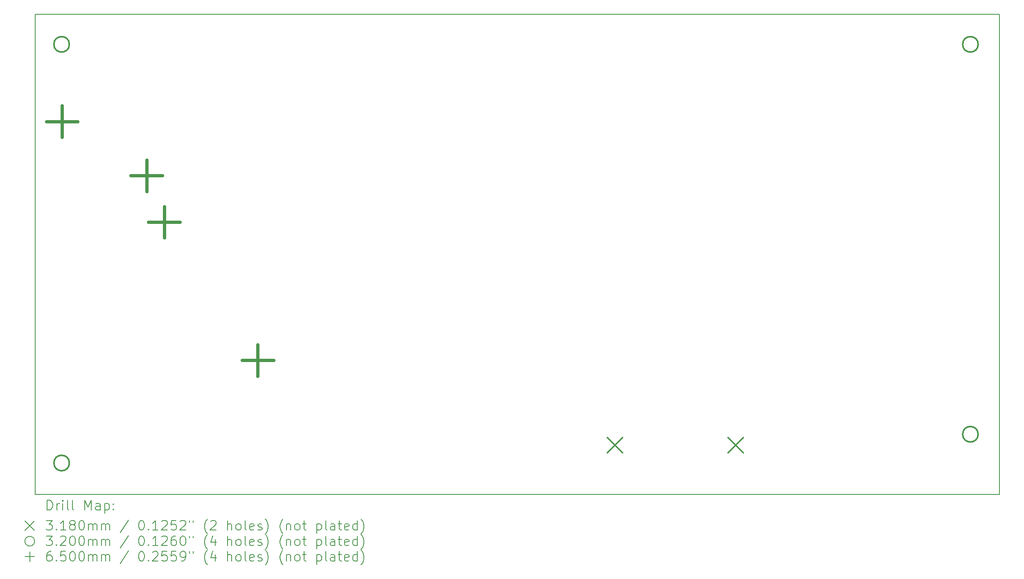
<source format=gbr>
%TF.GenerationSoftware,KiCad,Pcbnew,8.0.8*%
%TF.CreationDate,2025-02-25T18:25:50+01:00*%
%TF.ProjectId,EPS,4550532e-6b69-4636-9164-5f7063625858,rev?*%
%TF.SameCoordinates,Original*%
%TF.FileFunction,Drillmap*%
%TF.FilePolarity,Positive*%
%FSLAX45Y45*%
G04 Gerber Fmt 4.5, Leading zero omitted, Abs format (unit mm)*
G04 Created by KiCad (PCBNEW 8.0.8) date 2025-02-25 18:25:50*
%MOMM*%
%LPD*%
G01*
G04 APERTURE LIST*
%ADD10C,0.200000*%
%ADD11C,0.318000*%
%ADD12C,0.320000*%
%ADD13C,0.650000*%
G04 APERTURE END LIST*
D10*
X3700000Y-4525000D02*
X23650000Y-4525000D01*
X23650000Y-14475000D01*
X3700000Y-14475000D01*
X3700000Y-4525000D01*
D11*
X15536000Y-13295000D02*
X15854000Y-13613000D01*
X15854000Y-13295000D02*
X15536000Y-13613000D01*
X18036000Y-13295000D02*
X18354000Y-13613000D01*
X18354000Y-13295000D02*
X18036000Y-13613000D01*
D12*
X4410000Y-5150000D02*
G75*
G02*
X4090000Y-5150000I-160000J0D01*
G01*
X4090000Y-5150000D02*
G75*
G02*
X4410000Y-5150000I160000J0D01*
G01*
X4410000Y-13825000D02*
G75*
G02*
X4090000Y-13825000I-160000J0D01*
G01*
X4090000Y-13825000D02*
G75*
G02*
X4410000Y-13825000I160000J0D01*
G01*
X23210000Y-5150000D02*
G75*
G02*
X22890000Y-5150000I-160000J0D01*
G01*
X22890000Y-5150000D02*
G75*
G02*
X23210000Y-5150000I160000J0D01*
G01*
X23210000Y-13229000D02*
G75*
G02*
X22890000Y-13229000I-160000J0D01*
G01*
X22890000Y-13229000D02*
G75*
G02*
X23210000Y-13229000I160000J0D01*
G01*
D13*
X4262750Y-6425000D02*
X4262750Y-7075000D01*
X3937750Y-6750000D02*
X4587750Y-6750000D01*
X6012250Y-7550000D02*
X6012250Y-8200000D01*
X5687250Y-7875000D02*
X6337250Y-7875000D01*
X6375000Y-8512750D02*
X6375000Y-9162750D01*
X6050000Y-8837750D02*
X6700000Y-8837750D01*
X8312750Y-11375000D02*
X8312750Y-12025000D01*
X7987750Y-11700000D02*
X8637750Y-11700000D01*
D10*
X3950777Y-14796484D02*
X3950777Y-14596484D01*
X3950777Y-14596484D02*
X3998396Y-14596484D01*
X3998396Y-14596484D02*
X4026967Y-14606008D01*
X4026967Y-14606008D02*
X4046015Y-14625055D01*
X4046015Y-14625055D02*
X4055539Y-14644103D01*
X4055539Y-14644103D02*
X4065062Y-14682198D01*
X4065062Y-14682198D02*
X4065062Y-14710769D01*
X4065062Y-14710769D02*
X4055539Y-14748865D01*
X4055539Y-14748865D02*
X4046015Y-14767912D01*
X4046015Y-14767912D02*
X4026967Y-14786960D01*
X4026967Y-14786960D02*
X3998396Y-14796484D01*
X3998396Y-14796484D02*
X3950777Y-14796484D01*
X4150777Y-14796484D02*
X4150777Y-14663150D01*
X4150777Y-14701246D02*
X4160301Y-14682198D01*
X4160301Y-14682198D02*
X4169824Y-14672674D01*
X4169824Y-14672674D02*
X4188872Y-14663150D01*
X4188872Y-14663150D02*
X4207920Y-14663150D01*
X4274586Y-14796484D02*
X4274586Y-14663150D01*
X4274586Y-14596484D02*
X4265063Y-14606008D01*
X4265063Y-14606008D02*
X4274586Y-14615531D01*
X4274586Y-14615531D02*
X4284110Y-14606008D01*
X4284110Y-14606008D02*
X4274586Y-14596484D01*
X4274586Y-14596484D02*
X4274586Y-14615531D01*
X4398396Y-14796484D02*
X4379348Y-14786960D01*
X4379348Y-14786960D02*
X4369824Y-14767912D01*
X4369824Y-14767912D02*
X4369824Y-14596484D01*
X4503158Y-14796484D02*
X4484110Y-14786960D01*
X4484110Y-14786960D02*
X4474586Y-14767912D01*
X4474586Y-14767912D02*
X4474586Y-14596484D01*
X4731729Y-14796484D02*
X4731729Y-14596484D01*
X4731729Y-14596484D02*
X4798396Y-14739341D01*
X4798396Y-14739341D02*
X4865063Y-14596484D01*
X4865063Y-14596484D02*
X4865063Y-14796484D01*
X5046015Y-14796484D02*
X5046015Y-14691722D01*
X5046015Y-14691722D02*
X5036491Y-14672674D01*
X5036491Y-14672674D02*
X5017444Y-14663150D01*
X5017444Y-14663150D02*
X4979348Y-14663150D01*
X4979348Y-14663150D02*
X4960301Y-14672674D01*
X5046015Y-14786960D02*
X5026967Y-14796484D01*
X5026967Y-14796484D02*
X4979348Y-14796484D01*
X4979348Y-14796484D02*
X4960301Y-14786960D01*
X4960301Y-14786960D02*
X4950777Y-14767912D01*
X4950777Y-14767912D02*
X4950777Y-14748865D01*
X4950777Y-14748865D02*
X4960301Y-14729817D01*
X4960301Y-14729817D02*
X4979348Y-14720293D01*
X4979348Y-14720293D02*
X5026967Y-14720293D01*
X5026967Y-14720293D02*
X5046015Y-14710769D01*
X5141253Y-14663150D02*
X5141253Y-14863150D01*
X5141253Y-14672674D02*
X5160301Y-14663150D01*
X5160301Y-14663150D02*
X5198396Y-14663150D01*
X5198396Y-14663150D02*
X5217444Y-14672674D01*
X5217444Y-14672674D02*
X5226967Y-14682198D01*
X5226967Y-14682198D02*
X5236491Y-14701246D01*
X5236491Y-14701246D02*
X5236491Y-14758388D01*
X5236491Y-14758388D02*
X5226967Y-14777436D01*
X5226967Y-14777436D02*
X5217444Y-14786960D01*
X5217444Y-14786960D02*
X5198396Y-14796484D01*
X5198396Y-14796484D02*
X5160301Y-14796484D01*
X5160301Y-14796484D02*
X5141253Y-14786960D01*
X5322205Y-14777436D02*
X5331729Y-14786960D01*
X5331729Y-14786960D02*
X5322205Y-14796484D01*
X5322205Y-14796484D02*
X5312682Y-14786960D01*
X5312682Y-14786960D02*
X5322205Y-14777436D01*
X5322205Y-14777436D02*
X5322205Y-14796484D01*
X5322205Y-14672674D02*
X5331729Y-14682198D01*
X5331729Y-14682198D02*
X5322205Y-14691722D01*
X5322205Y-14691722D02*
X5312682Y-14682198D01*
X5312682Y-14682198D02*
X5322205Y-14672674D01*
X5322205Y-14672674D02*
X5322205Y-14691722D01*
X3490000Y-15025000D02*
X3690000Y-15225000D01*
X3690000Y-15025000D02*
X3490000Y-15225000D01*
X3931729Y-15016484D02*
X4055539Y-15016484D01*
X4055539Y-15016484D02*
X3988872Y-15092674D01*
X3988872Y-15092674D02*
X4017443Y-15092674D01*
X4017443Y-15092674D02*
X4036491Y-15102198D01*
X4036491Y-15102198D02*
X4046015Y-15111722D01*
X4046015Y-15111722D02*
X4055539Y-15130769D01*
X4055539Y-15130769D02*
X4055539Y-15178388D01*
X4055539Y-15178388D02*
X4046015Y-15197436D01*
X4046015Y-15197436D02*
X4036491Y-15206960D01*
X4036491Y-15206960D02*
X4017443Y-15216484D01*
X4017443Y-15216484D02*
X3960301Y-15216484D01*
X3960301Y-15216484D02*
X3941253Y-15206960D01*
X3941253Y-15206960D02*
X3931729Y-15197436D01*
X4141253Y-15197436D02*
X4150777Y-15206960D01*
X4150777Y-15206960D02*
X4141253Y-15216484D01*
X4141253Y-15216484D02*
X4131729Y-15206960D01*
X4131729Y-15206960D02*
X4141253Y-15197436D01*
X4141253Y-15197436D02*
X4141253Y-15216484D01*
X4341253Y-15216484D02*
X4226967Y-15216484D01*
X4284110Y-15216484D02*
X4284110Y-15016484D01*
X4284110Y-15016484D02*
X4265063Y-15045055D01*
X4265063Y-15045055D02*
X4246015Y-15064103D01*
X4246015Y-15064103D02*
X4226967Y-15073627D01*
X4455539Y-15102198D02*
X4436491Y-15092674D01*
X4436491Y-15092674D02*
X4426967Y-15083150D01*
X4426967Y-15083150D02*
X4417444Y-15064103D01*
X4417444Y-15064103D02*
X4417444Y-15054579D01*
X4417444Y-15054579D02*
X4426967Y-15035531D01*
X4426967Y-15035531D02*
X4436491Y-15026008D01*
X4436491Y-15026008D02*
X4455539Y-15016484D01*
X4455539Y-15016484D02*
X4493634Y-15016484D01*
X4493634Y-15016484D02*
X4512682Y-15026008D01*
X4512682Y-15026008D02*
X4522205Y-15035531D01*
X4522205Y-15035531D02*
X4531729Y-15054579D01*
X4531729Y-15054579D02*
X4531729Y-15064103D01*
X4531729Y-15064103D02*
X4522205Y-15083150D01*
X4522205Y-15083150D02*
X4512682Y-15092674D01*
X4512682Y-15092674D02*
X4493634Y-15102198D01*
X4493634Y-15102198D02*
X4455539Y-15102198D01*
X4455539Y-15102198D02*
X4436491Y-15111722D01*
X4436491Y-15111722D02*
X4426967Y-15121246D01*
X4426967Y-15121246D02*
X4417444Y-15140293D01*
X4417444Y-15140293D02*
X4417444Y-15178388D01*
X4417444Y-15178388D02*
X4426967Y-15197436D01*
X4426967Y-15197436D02*
X4436491Y-15206960D01*
X4436491Y-15206960D02*
X4455539Y-15216484D01*
X4455539Y-15216484D02*
X4493634Y-15216484D01*
X4493634Y-15216484D02*
X4512682Y-15206960D01*
X4512682Y-15206960D02*
X4522205Y-15197436D01*
X4522205Y-15197436D02*
X4531729Y-15178388D01*
X4531729Y-15178388D02*
X4531729Y-15140293D01*
X4531729Y-15140293D02*
X4522205Y-15121246D01*
X4522205Y-15121246D02*
X4512682Y-15111722D01*
X4512682Y-15111722D02*
X4493634Y-15102198D01*
X4655539Y-15016484D02*
X4674586Y-15016484D01*
X4674586Y-15016484D02*
X4693634Y-15026008D01*
X4693634Y-15026008D02*
X4703158Y-15035531D01*
X4703158Y-15035531D02*
X4712682Y-15054579D01*
X4712682Y-15054579D02*
X4722205Y-15092674D01*
X4722205Y-15092674D02*
X4722205Y-15140293D01*
X4722205Y-15140293D02*
X4712682Y-15178388D01*
X4712682Y-15178388D02*
X4703158Y-15197436D01*
X4703158Y-15197436D02*
X4693634Y-15206960D01*
X4693634Y-15206960D02*
X4674586Y-15216484D01*
X4674586Y-15216484D02*
X4655539Y-15216484D01*
X4655539Y-15216484D02*
X4636491Y-15206960D01*
X4636491Y-15206960D02*
X4626967Y-15197436D01*
X4626967Y-15197436D02*
X4617444Y-15178388D01*
X4617444Y-15178388D02*
X4607920Y-15140293D01*
X4607920Y-15140293D02*
X4607920Y-15092674D01*
X4607920Y-15092674D02*
X4617444Y-15054579D01*
X4617444Y-15054579D02*
X4626967Y-15035531D01*
X4626967Y-15035531D02*
X4636491Y-15026008D01*
X4636491Y-15026008D02*
X4655539Y-15016484D01*
X4807920Y-15216484D02*
X4807920Y-15083150D01*
X4807920Y-15102198D02*
X4817444Y-15092674D01*
X4817444Y-15092674D02*
X4836491Y-15083150D01*
X4836491Y-15083150D02*
X4865063Y-15083150D01*
X4865063Y-15083150D02*
X4884110Y-15092674D01*
X4884110Y-15092674D02*
X4893634Y-15111722D01*
X4893634Y-15111722D02*
X4893634Y-15216484D01*
X4893634Y-15111722D02*
X4903158Y-15092674D01*
X4903158Y-15092674D02*
X4922205Y-15083150D01*
X4922205Y-15083150D02*
X4950777Y-15083150D01*
X4950777Y-15083150D02*
X4969825Y-15092674D01*
X4969825Y-15092674D02*
X4979348Y-15111722D01*
X4979348Y-15111722D02*
X4979348Y-15216484D01*
X5074586Y-15216484D02*
X5074586Y-15083150D01*
X5074586Y-15102198D02*
X5084110Y-15092674D01*
X5084110Y-15092674D02*
X5103158Y-15083150D01*
X5103158Y-15083150D02*
X5131729Y-15083150D01*
X5131729Y-15083150D02*
X5150777Y-15092674D01*
X5150777Y-15092674D02*
X5160301Y-15111722D01*
X5160301Y-15111722D02*
X5160301Y-15216484D01*
X5160301Y-15111722D02*
X5169825Y-15092674D01*
X5169825Y-15092674D02*
X5188872Y-15083150D01*
X5188872Y-15083150D02*
X5217444Y-15083150D01*
X5217444Y-15083150D02*
X5236491Y-15092674D01*
X5236491Y-15092674D02*
X5246015Y-15111722D01*
X5246015Y-15111722D02*
X5246015Y-15216484D01*
X5636491Y-15006960D02*
X5465063Y-15264103D01*
X5893634Y-15016484D02*
X5912682Y-15016484D01*
X5912682Y-15016484D02*
X5931729Y-15026008D01*
X5931729Y-15026008D02*
X5941253Y-15035531D01*
X5941253Y-15035531D02*
X5950777Y-15054579D01*
X5950777Y-15054579D02*
X5960301Y-15092674D01*
X5960301Y-15092674D02*
X5960301Y-15140293D01*
X5960301Y-15140293D02*
X5950777Y-15178388D01*
X5950777Y-15178388D02*
X5941253Y-15197436D01*
X5941253Y-15197436D02*
X5931729Y-15206960D01*
X5931729Y-15206960D02*
X5912682Y-15216484D01*
X5912682Y-15216484D02*
X5893634Y-15216484D01*
X5893634Y-15216484D02*
X5874586Y-15206960D01*
X5874586Y-15206960D02*
X5865063Y-15197436D01*
X5865063Y-15197436D02*
X5855539Y-15178388D01*
X5855539Y-15178388D02*
X5846015Y-15140293D01*
X5846015Y-15140293D02*
X5846015Y-15092674D01*
X5846015Y-15092674D02*
X5855539Y-15054579D01*
X5855539Y-15054579D02*
X5865063Y-15035531D01*
X5865063Y-15035531D02*
X5874586Y-15026008D01*
X5874586Y-15026008D02*
X5893634Y-15016484D01*
X6046015Y-15197436D02*
X6055539Y-15206960D01*
X6055539Y-15206960D02*
X6046015Y-15216484D01*
X6046015Y-15216484D02*
X6036491Y-15206960D01*
X6036491Y-15206960D02*
X6046015Y-15197436D01*
X6046015Y-15197436D02*
X6046015Y-15216484D01*
X6246015Y-15216484D02*
X6131729Y-15216484D01*
X6188872Y-15216484D02*
X6188872Y-15016484D01*
X6188872Y-15016484D02*
X6169825Y-15045055D01*
X6169825Y-15045055D02*
X6150777Y-15064103D01*
X6150777Y-15064103D02*
X6131729Y-15073627D01*
X6322206Y-15035531D02*
X6331729Y-15026008D01*
X6331729Y-15026008D02*
X6350777Y-15016484D01*
X6350777Y-15016484D02*
X6398396Y-15016484D01*
X6398396Y-15016484D02*
X6417444Y-15026008D01*
X6417444Y-15026008D02*
X6426967Y-15035531D01*
X6426967Y-15035531D02*
X6436491Y-15054579D01*
X6436491Y-15054579D02*
X6436491Y-15073627D01*
X6436491Y-15073627D02*
X6426967Y-15102198D01*
X6426967Y-15102198D02*
X6312682Y-15216484D01*
X6312682Y-15216484D02*
X6436491Y-15216484D01*
X6617444Y-15016484D02*
X6522206Y-15016484D01*
X6522206Y-15016484D02*
X6512682Y-15111722D01*
X6512682Y-15111722D02*
X6522206Y-15102198D01*
X6522206Y-15102198D02*
X6541253Y-15092674D01*
X6541253Y-15092674D02*
X6588872Y-15092674D01*
X6588872Y-15092674D02*
X6607920Y-15102198D01*
X6607920Y-15102198D02*
X6617444Y-15111722D01*
X6617444Y-15111722D02*
X6626967Y-15130769D01*
X6626967Y-15130769D02*
X6626967Y-15178388D01*
X6626967Y-15178388D02*
X6617444Y-15197436D01*
X6617444Y-15197436D02*
X6607920Y-15206960D01*
X6607920Y-15206960D02*
X6588872Y-15216484D01*
X6588872Y-15216484D02*
X6541253Y-15216484D01*
X6541253Y-15216484D02*
X6522206Y-15206960D01*
X6522206Y-15206960D02*
X6512682Y-15197436D01*
X6703158Y-15035531D02*
X6712682Y-15026008D01*
X6712682Y-15026008D02*
X6731729Y-15016484D01*
X6731729Y-15016484D02*
X6779348Y-15016484D01*
X6779348Y-15016484D02*
X6798396Y-15026008D01*
X6798396Y-15026008D02*
X6807920Y-15035531D01*
X6807920Y-15035531D02*
X6817444Y-15054579D01*
X6817444Y-15054579D02*
X6817444Y-15073627D01*
X6817444Y-15073627D02*
X6807920Y-15102198D01*
X6807920Y-15102198D02*
X6693634Y-15216484D01*
X6693634Y-15216484D02*
X6817444Y-15216484D01*
X6893634Y-15016484D02*
X6893634Y-15054579D01*
X6969825Y-15016484D02*
X6969825Y-15054579D01*
X7265063Y-15292674D02*
X7255539Y-15283150D01*
X7255539Y-15283150D02*
X7236491Y-15254579D01*
X7236491Y-15254579D02*
X7226968Y-15235531D01*
X7226968Y-15235531D02*
X7217444Y-15206960D01*
X7217444Y-15206960D02*
X7207920Y-15159341D01*
X7207920Y-15159341D02*
X7207920Y-15121246D01*
X7207920Y-15121246D02*
X7217444Y-15073627D01*
X7217444Y-15073627D02*
X7226968Y-15045055D01*
X7226968Y-15045055D02*
X7236491Y-15026008D01*
X7236491Y-15026008D02*
X7255539Y-14997436D01*
X7255539Y-14997436D02*
X7265063Y-14987912D01*
X7331729Y-15035531D02*
X7341253Y-15026008D01*
X7341253Y-15026008D02*
X7360301Y-15016484D01*
X7360301Y-15016484D02*
X7407920Y-15016484D01*
X7407920Y-15016484D02*
X7426968Y-15026008D01*
X7426968Y-15026008D02*
X7436491Y-15035531D01*
X7436491Y-15035531D02*
X7446015Y-15054579D01*
X7446015Y-15054579D02*
X7446015Y-15073627D01*
X7446015Y-15073627D02*
X7436491Y-15102198D01*
X7436491Y-15102198D02*
X7322206Y-15216484D01*
X7322206Y-15216484D02*
X7446015Y-15216484D01*
X7684110Y-15216484D02*
X7684110Y-15016484D01*
X7769825Y-15216484D02*
X7769825Y-15111722D01*
X7769825Y-15111722D02*
X7760301Y-15092674D01*
X7760301Y-15092674D02*
X7741253Y-15083150D01*
X7741253Y-15083150D02*
X7712682Y-15083150D01*
X7712682Y-15083150D02*
X7693634Y-15092674D01*
X7693634Y-15092674D02*
X7684110Y-15102198D01*
X7893634Y-15216484D02*
X7874587Y-15206960D01*
X7874587Y-15206960D02*
X7865063Y-15197436D01*
X7865063Y-15197436D02*
X7855539Y-15178388D01*
X7855539Y-15178388D02*
X7855539Y-15121246D01*
X7855539Y-15121246D02*
X7865063Y-15102198D01*
X7865063Y-15102198D02*
X7874587Y-15092674D01*
X7874587Y-15092674D02*
X7893634Y-15083150D01*
X7893634Y-15083150D02*
X7922206Y-15083150D01*
X7922206Y-15083150D02*
X7941253Y-15092674D01*
X7941253Y-15092674D02*
X7950777Y-15102198D01*
X7950777Y-15102198D02*
X7960301Y-15121246D01*
X7960301Y-15121246D02*
X7960301Y-15178388D01*
X7960301Y-15178388D02*
X7950777Y-15197436D01*
X7950777Y-15197436D02*
X7941253Y-15206960D01*
X7941253Y-15206960D02*
X7922206Y-15216484D01*
X7922206Y-15216484D02*
X7893634Y-15216484D01*
X8074587Y-15216484D02*
X8055539Y-15206960D01*
X8055539Y-15206960D02*
X8046015Y-15187912D01*
X8046015Y-15187912D02*
X8046015Y-15016484D01*
X8226968Y-15206960D02*
X8207920Y-15216484D01*
X8207920Y-15216484D02*
X8169825Y-15216484D01*
X8169825Y-15216484D02*
X8150777Y-15206960D01*
X8150777Y-15206960D02*
X8141253Y-15187912D01*
X8141253Y-15187912D02*
X8141253Y-15111722D01*
X8141253Y-15111722D02*
X8150777Y-15092674D01*
X8150777Y-15092674D02*
X8169825Y-15083150D01*
X8169825Y-15083150D02*
X8207920Y-15083150D01*
X8207920Y-15083150D02*
X8226968Y-15092674D01*
X8226968Y-15092674D02*
X8236491Y-15111722D01*
X8236491Y-15111722D02*
X8236491Y-15130769D01*
X8236491Y-15130769D02*
X8141253Y-15149817D01*
X8312682Y-15206960D02*
X8331730Y-15216484D01*
X8331730Y-15216484D02*
X8369825Y-15216484D01*
X8369825Y-15216484D02*
X8388873Y-15206960D01*
X8388873Y-15206960D02*
X8398396Y-15187912D01*
X8398396Y-15187912D02*
X8398396Y-15178388D01*
X8398396Y-15178388D02*
X8388873Y-15159341D01*
X8388873Y-15159341D02*
X8369825Y-15149817D01*
X8369825Y-15149817D02*
X8341253Y-15149817D01*
X8341253Y-15149817D02*
X8322206Y-15140293D01*
X8322206Y-15140293D02*
X8312682Y-15121246D01*
X8312682Y-15121246D02*
X8312682Y-15111722D01*
X8312682Y-15111722D02*
X8322206Y-15092674D01*
X8322206Y-15092674D02*
X8341253Y-15083150D01*
X8341253Y-15083150D02*
X8369825Y-15083150D01*
X8369825Y-15083150D02*
X8388873Y-15092674D01*
X8465063Y-15292674D02*
X8474587Y-15283150D01*
X8474587Y-15283150D02*
X8493634Y-15254579D01*
X8493634Y-15254579D02*
X8503158Y-15235531D01*
X8503158Y-15235531D02*
X8512682Y-15206960D01*
X8512682Y-15206960D02*
X8522206Y-15159341D01*
X8522206Y-15159341D02*
X8522206Y-15121246D01*
X8522206Y-15121246D02*
X8512682Y-15073627D01*
X8512682Y-15073627D02*
X8503158Y-15045055D01*
X8503158Y-15045055D02*
X8493634Y-15026008D01*
X8493634Y-15026008D02*
X8474587Y-14997436D01*
X8474587Y-14997436D02*
X8465063Y-14987912D01*
X8826968Y-15292674D02*
X8817444Y-15283150D01*
X8817444Y-15283150D02*
X8798396Y-15254579D01*
X8798396Y-15254579D02*
X8788873Y-15235531D01*
X8788873Y-15235531D02*
X8779349Y-15206960D01*
X8779349Y-15206960D02*
X8769825Y-15159341D01*
X8769825Y-15159341D02*
X8769825Y-15121246D01*
X8769825Y-15121246D02*
X8779349Y-15073627D01*
X8779349Y-15073627D02*
X8788873Y-15045055D01*
X8788873Y-15045055D02*
X8798396Y-15026008D01*
X8798396Y-15026008D02*
X8817444Y-14997436D01*
X8817444Y-14997436D02*
X8826968Y-14987912D01*
X8903158Y-15083150D02*
X8903158Y-15216484D01*
X8903158Y-15102198D02*
X8912682Y-15092674D01*
X8912682Y-15092674D02*
X8931730Y-15083150D01*
X8931730Y-15083150D02*
X8960301Y-15083150D01*
X8960301Y-15083150D02*
X8979349Y-15092674D01*
X8979349Y-15092674D02*
X8988873Y-15111722D01*
X8988873Y-15111722D02*
X8988873Y-15216484D01*
X9112682Y-15216484D02*
X9093634Y-15206960D01*
X9093634Y-15206960D02*
X9084111Y-15197436D01*
X9084111Y-15197436D02*
X9074587Y-15178388D01*
X9074587Y-15178388D02*
X9074587Y-15121246D01*
X9074587Y-15121246D02*
X9084111Y-15102198D01*
X9084111Y-15102198D02*
X9093634Y-15092674D01*
X9093634Y-15092674D02*
X9112682Y-15083150D01*
X9112682Y-15083150D02*
X9141254Y-15083150D01*
X9141254Y-15083150D02*
X9160301Y-15092674D01*
X9160301Y-15092674D02*
X9169825Y-15102198D01*
X9169825Y-15102198D02*
X9179349Y-15121246D01*
X9179349Y-15121246D02*
X9179349Y-15178388D01*
X9179349Y-15178388D02*
X9169825Y-15197436D01*
X9169825Y-15197436D02*
X9160301Y-15206960D01*
X9160301Y-15206960D02*
X9141254Y-15216484D01*
X9141254Y-15216484D02*
X9112682Y-15216484D01*
X9236492Y-15083150D02*
X9312682Y-15083150D01*
X9265063Y-15016484D02*
X9265063Y-15187912D01*
X9265063Y-15187912D02*
X9274587Y-15206960D01*
X9274587Y-15206960D02*
X9293634Y-15216484D01*
X9293634Y-15216484D02*
X9312682Y-15216484D01*
X9531730Y-15083150D02*
X9531730Y-15283150D01*
X9531730Y-15092674D02*
X9550777Y-15083150D01*
X9550777Y-15083150D02*
X9588873Y-15083150D01*
X9588873Y-15083150D02*
X9607920Y-15092674D01*
X9607920Y-15092674D02*
X9617444Y-15102198D01*
X9617444Y-15102198D02*
X9626968Y-15121246D01*
X9626968Y-15121246D02*
X9626968Y-15178388D01*
X9626968Y-15178388D02*
X9617444Y-15197436D01*
X9617444Y-15197436D02*
X9607920Y-15206960D01*
X9607920Y-15206960D02*
X9588873Y-15216484D01*
X9588873Y-15216484D02*
X9550777Y-15216484D01*
X9550777Y-15216484D02*
X9531730Y-15206960D01*
X9741254Y-15216484D02*
X9722206Y-15206960D01*
X9722206Y-15206960D02*
X9712682Y-15187912D01*
X9712682Y-15187912D02*
X9712682Y-15016484D01*
X9903158Y-15216484D02*
X9903158Y-15111722D01*
X9903158Y-15111722D02*
X9893635Y-15092674D01*
X9893635Y-15092674D02*
X9874587Y-15083150D01*
X9874587Y-15083150D02*
X9836492Y-15083150D01*
X9836492Y-15083150D02*
X9817444Y-15092674D01*
X9903158Y-15206960D02*
X9884111Y-15216484D01*
X9884111Y-15216484D02*
X9836492Y-15216484D01*
X9836492Y-15216484D02*
X9817444Y-15206960D01*
X9817444Y-15206960D02*
X9807920Y-15187912D01*
X9807920Y-15187912D02*
X9807920Y-15168865D01*
X9807920Y-15168865D02*
X9817444Y-15149817D01*
X9817444Y-15149817D02*
X9836492Y-15140293D01*
X9836492Y-15140293D02*
X9884111Y-15140293D01*
X9884111Y-15140293D02*
X9903158Y-15130769D01*
X9969825Y-15083150D02*
X10046015Y-15083150D01*
X9998396Y-15016484D02*
X9998396Y-15187912D01*
X9998396Y-15187912D02*
X10007920Y-15206960D01*
X10007920Y-15206960D02*
X10026968Y-15216484D01*
X10026968Y-15216484D02*
X10046015Y-15216484D01*
X10188873Y-15206960D02*
X10169825Y-15216484D01*
X10169825Y-15216484D02*
X10131730Y-15216484D01*
X10131730Y-15216484D02*
X10112682Y-15206960D01*
X10112682Y-15206960D02*
X10103158Y-15187912D01*
X10103158Y-15187912D02*
X10103158Y-15111722D01*
X10103158Y-15111722D02*
X10112682Y-15092674D01*
X10112682Y-15092674D02*
X10131730Y-15083150D01*
X10131730Y-15083150D02*
X10169825Y-15083150D01*
X10169825Y-15083150D02*
X10188873Y-15092674D01*
X10188873Y-15092674D02*
X10198396Y-15111722D01*
X10198396Y-15111722D02*
X10198396Y-15130769D01*
X10198396Y-15130769D02*
X10103158Y-15149817D01*
X10369825Y-15216484D02*
X10369825Y-15016484D01*
X10369825Y-15206960D02*
X10350777Y-15216484D01*
X10350777Y-15216484D02*
X10312682Y-15216484D01*
X10312682Y-15216484D02*
X10293635Y-15206960D01*
X10293635Y-15206960D02*
X10284111Y-15197436D01*
X10284111Y-15197436D02*
X10274587Y-15178388D01*
X10274587Y-15178388D02*
X10274587Y-15121246D01*
X10274587Y-15121246D02*
X10284111Y-15102198D01*
X10284111Y-15102198D02*
X10293635Y-15092674D01*
X10293635Y-15092674D02*
X10312682Y-15083150D01*
X10312682Y-15083150D02*
X10350777Y-15083150D01*
X10350777Y-15083150D02*
X10369825Y-15092674D01*
X10446016Y-15292674D02*
X10455539Y-15283150D01*
X10455539Y-15283150D02*
X10474587Y-15254579D01*
X10474587Y-15254579D02*
X10484111Y-15235531D01*
X10484111Y-15235531D02*
X10493635Y-15206960D01*
X10493635Y-15206960D02*
X10503158Y-15159341D01*
X10503158Y-15159341D02*
X10503158Y-15121246D01*
X10503158Y-15121246D02*
X10493635Y-15073627D01*
X10493635Y-15073627D02*
X10484111Y-15045055D01*
X10484111Y-15045055D02*
X10474587Y-15026008D01*
X10474587Y-15026008D02*
X10455539Y-14997436D01*
X10455539Y-14997436D02*
X10446016Y-14987912D01*
X3690000Y-15445000D02*
G75*
G02*
X3490000Y-15445000I-100000J0D01*
G01*
X3490000Y-15445000D02*
G75*
G02*
X3690000Y-15445000I100000J0D01*
G01*
X3931729Y-15336484D02*
X4055539Y-15336484D01*
X4055539Y-15336484D02*
X3988872Y-15412674D01*
X3988872Y-15412674D02*
X4017443Y-15412674D01*
X4017443Y-15412674D02*
X4036491Y-15422198D01*
X4036491Y-15422198D02*
X4046015Y-15431722D01*
X4046015Y-15431722D02*
X4055539Y-15450769D01*
X4055539Y-15450769D02*
X4055539Y-15498388D01*
X4055539Y-15498388D02*
X4046015Y-15517436D01*
X4046015Y-15517436D02*
X4036491Y-15526960D01*
X4036491Y-15526960D02*
X4017443Y-15536484D01*
X4017443Y-15536484D02*
X3960301Y-15536484D01*
X3960301Y-15536484D02*
X3941253Y-15526960D01*
X3941253Y-15526960D02*
X3931729Y-15517436D01*
X4141253Y-15517436D02*
X4150777Y-15526960D01*
X4150777Y-15526960D02*
X4141253Y-15536484D01*
X4141253Y-15536484D02*
X4131729Y-15526960D01*
X4131729Y-15526960D02*
X4141253Y-15517436D01*
X4141253Y-15517436D02*
X4141253Y-15536484D01*
X4226967Y-15355531D02*
X4236491Y-15346008D01*
X4236491Y-15346008D02*
X4255539Y-15336484D01*
X4255539Y-15336484D02*
X4303158Y-15336484D01*
X4303158Y-15336484D02*
X4322205Y-15346008D01*
X4322205Y-15346008D02*
X4331729Y-15355531D01*
X4331729Y-15355531D02*
X4341253Y-15374579D01*
X4341253Y-15374579D02*
X4341253Y-15393627D01*
X4341253Y-15393627D02*
X4331729Y-15422198D01*
X4331729Y-15422198D02*
X4217444Y-15536484D01*
X4217444Y-15536484D02*
X4341253Y-15536484D01*
X4465063Y-15336484D02*
X4484110Y-15336484D01*
X4484110Y-15336484D02*
X4503158Y-15346008D01*
X4503158Y-15346008D02*
X4512682Y-15355531D01*
X4512682Y-15355531D02*
X4522205Y-15374579D01*
X4522205Y-15374579D02*
X4531729Y-15412674D01*
X4531729Y-15412674D02*
X4531729Y-15460293D01*
X4531729Y-15460293D02*
X4522205Y-15498388D01*
X4522205Y-15498388D02*
X4512682Y-15517436D01*
X4512682Y-15517436D02*
X4503158Y-15526960D01*
X4503158Y-15526960D02*
X4484110Y-15536484D01*
X4484110Y-15536484D02*
X4465063Y-15536484D01*
X4465063Y-15536484D02*
X4446015Y-15526960D01*
X4446015Y-15526960D02*
X4436491Y-15517436D01*
X4436491Y-15517436D02*
X4426967Y-15498388D01*
X4426967Y-15498388D02*
X4417444Y-15460293D01*
X4417444Y-15460293D02*
X4417444Y-15412674D01*
X4417444Y-15412674D02*
X4426967Y-15374579D01*
X4426967Y-15374579D02*
X4436491Y-15355531D01*
X4436491Y-15355531D02*
X4446015Y-15346008D01*
X4446015Y-15346008D02*
X4465063Y-15336484D01*
X4655539Y-15336484D02*
X4674586Y-15336484D01*
X4674586Y-15336484D02*
X4693634Y-15346008D01*
X4693634Y-15346008D02*
X4703158Y-15355531D01*
X4703158Y-15355531D02*
X4712682Y-15374579D01*
X4712682Y-15374579D02*
X4722205Y-15412674D01*
X4722205Y-15412674D02*
X4722205Y-15460293D01*
X4722205Y-15460293D02*
X4712682Y-15498388D01*
X4712682Y-15498388D02*
X4703158Y-15517436D01*
X4703158Y-15517436D02*
X4693634Y-15526960D01*
X4693634Y-15526960D02*
X4674586Y-15536484D01*
X4674586Y-15536484D02*
X4655539Y-15536484D01*
X4655539Y-15536484D02*
X4636491Y-15526960D01*
X4636491Y-15526960D02*
X4626967Y-15517436D01*
X4626967Y-15517436D02*
X4617444Y-15498388D01*
X4617444Y-15498388D02*
X4607920Y-15460293D01*
X4607920Y-15460293D02*
X4607920Y-15412674D01*
X4607920Y-15412674D02*
X4617444Y-15374579D01*
X4617444Y-15374579D02*
X4626967Y-15355531D01*
X4626967Y-15355531D02*
X4636491Y-15346008D01*
X4636491Y-15346008D02*
X4655539Y-15336484D01*
X4807920Y-15536484D02*
X4807920Y-15403150D01*
X4807920Y-15422198D02*
X4817444Y-15412674D01*
X4817444Y-15412674D02*
X4836491Y-15403150D01*
X4836491Y-15403150D02*
X4865063Y-15403150D01*
X4865063Y-15403150D02*
X4884110Y-15412674D01*
X4884110Y-15412674D02*
X4893634Y-15431722D01*
X4893634Y-15431722D02*
X4893634Y-15536484D01*
X4893634Y-15431722D02*
X4903158Y-15412674D01*
X4903158Y-15412674D02*
X4922205Y-15403150D01*
X4922205Y-15403150D02*
X4950777Y-15403150D01*
X4950777Y-15403150D02*
X4969825Y-15412674D01*
X4969825Y-15412674D02*
X4979348Y-15431722D01*
X4979348Y-15431722D02*
X4979348Y-15536484D01*
X5074586Y-15536484D02*
X5074586Y-15403150D01*
X5074586Y-15422198D02*
X5084110Y-15412674D01*
X5084110Y-15412674D02*
X5103158Y-15403150D01*
X5103158Y-15403150D02*
X5131729Y-15403150D01*
X5131729Y-15403150D02*
X5150777Y-15412674D01*
X5150777Y-15412674D02*
X5160301Y-15431722D01*
X5160301Y-15431722D02*
X5160301Y-15536484D01*
X5160301Y-15431722D02*
X5169825Y-15412674D01*
X5169825Y-15412674D02*
X5188872Y-15403150D01*
X5188872Y-15403150D02*
X5217444Y-15403150D01*
X5217444Y-15403150D02*
X5236491Y-15412674D01*
X5236491Y-15412674D02*
X5246015Y-15431722D01*
X5246015Y-15431722D02*
X5246015Y-15536484D01*
X5636491Y-15326960D02*
X5465063Y-15584103D01*
X5893634Y-15336484D02*
X5912682Y-15336484D01*
X5912682Y-15336484D02*
X5931729Y-15346008D01*
X5931729Y-15346008D02*
X5941253Y-15355531D01*
X5941253Y-15355531D02*
X5950777Y-15374579D01*
X5950777Y-15374579D02*
X5960301Y-15412674D01*
X5960301Y-15412674D02*
X5960301Y-15460293D01*
X5960301Y-15460293D02*
X5950777Y-15498388D01*
X5950777Y-15498388D02*
X5941253Y-15517436D01*
X5941253Y-15517436D02*
X5931729Y-15526960D01*
X5931729Y-15526960D02*
X5912682Y-15536484D01*
X5912682Y-15536484D02*
X5893634Y-15536484D01*
X5893634Y-15536484D02*
X5874586Y-15526960D01*
X5874586Y-15526960D02*
X5865063Y-15517436D01*
X5865063Y-15517436D02*
X5855539Y-15498388D01*
X5855539Y-15498388D02*
X5846015Y-15460293D01*
X5846015Y-15460293D02*
X5846015Y-15412674D01*
X5846015Y-15412674D02*
X5855539Y-15374579D01*
X5855539Y-15374579D02*
X5865063Y-15355531D01*
X5865063Y-15355531D02*
X5874586Y-15346008D01*
X5874586Y-15346008D02*
X5893634Y-15336484D01*
X6046015Y-15517436D02*
X6055539Y-15526960D01*
X6055539Y-15526960D02*
X6046015Y-15536484D01*
X6046015Y-15536484D02*
X6036491Y-15526960D01*
X6036491Y-15526960D02*
X6046015Y-15517436D01*
X6046015Y-15517436D02*
X6046015Y-15536484D01*
X6246015Y-15536484D02*
X6131729Y-15536484D01*
X6188872Y-15536484D02*
X6188872Y-15336484D01*
X6188872Y-15336484D02*
X6169825Y-15365055D01*
X6169825Y-15365055D02*
X6150777Y-15384103D01*
X6150777Y-15384103D02*
X6131729Y-15393627D01*
X6322206Y-15355531D02*
X6331729Y-15346008D01*
X6331729Y-15346008D02*
X6350777Y-15336484D01*
X6350777Y-15336484D02*
X6398396Y-15336484D01*
X6398396Y-15336484D02*
X6417444Y-15346008D01*
X6417444Y-15346008D02*
X6426967Y-15355531D01*
X6426967Y-15355531D02*
X6436491Y-15374579D01*
X6436491Y-15374579D02*
X6436491Y-15393627D01*
X6436491Y-15393627D02*
X6426967Y-15422198D01*
X6426967Y-15422198D02*
X6312682Y-15536484D01*
X6312682Y-15536484D02*
X6436491Y-15536484D01*
X6607920Y-15336484D02*
X6569825Y-15336484D01*
X6569825Y-15336484D02*
X6550777Y-15346008D01*
X6550777Y-15346008D02*
X6541253Y-15355531D01*
X6541253Y-15355531D02*
X6522206Y-15384103D01*
X6522206Y-15384103D02*
X6512682Y-15422198D01*
X6512682Y-15422198D02*
X6512682Y-15498388D01*
X6512682Y-15498388D02*
X6522206Y-15517436D01*
X6522206Y-15517436D02*
X6531729Y-15526960D01*
X6531729Y-15526960D02*
X6550777Y-15536484D01*
X6550777Y-15536484D02*
X6588872Y-15536484D01*
X6588872Y-15536484D02*
X6607920Y-15526960D01*
X6607920Y-15526960D02*
X6617444Y-15517436D01*
X6617444Y-15517436D02*
X6626967Y-15498388D01*
X6626967Y-15498388D02*
X6626967Y-15450769D01*
X6626967Y-15450769D02*
X6617444Y-15431722D01*
X6617444Y-15431722D02*
X6607920Y-15422198D01*
X6607920Y-15422198D02*
X6588872Y-15412674D01*
X6588872Y-15412674D02*
X6550777Y-15412674D01*
X6550777Y-15412674D02*
X6531729Y-15422198D01*
X6531729Y-15422198D02*
X6522206Y-15431722D01*
X6522206Y-15431722D02*
X6512682Y-15450769D01*
X6750777Y-15336484D02*
X6769825Y-15336484D01*
X6769825Y-15336484D02*
X6788872Y-15346008D01*
X6788872Y-15346008D02*
X6798396Y-15355531D01*
X6798396Y-15355531D02*
X6807920Y-15374579D01*
X6807920Y-15374579D02*
X6817444Y-15412674D01*
X6817444Y-15412674D02*
X6817444Y-15460293D01*
X6817444Y-15460293D02*
X6807920Y-15498388D01*
X6807920Y-15498388D02*
X6798396Y-15517436D01*
X6798396Y-15517436D02*
X6788872Y-15526960D01*
X6788872Y-15526960D02*
X6769825Y-15536484D01*
X6769825Y-15536484D02*
X6750777Y-15536484D01*
X6750777Y-15536484D02*
X6731729Y-15526960D01*
X6731729Y-15526960D02*
X6722206Y-15517436D01*
X6722206Y-15517436D02*
X6712682Y-15498388D01*
X6712682Y-15498388D02*
X6703158Y-15460293D01*
X6703158Y-15460293D02*
X6703158Y-15412674D01*
X6703158Y-15412674D02*
X6712682Y-15374579D01*
X6712682Y-15374579D02*
X6722206Y-15355531D01*
X6722206Y-15355531D02*
X6731729Y-15346008D01*
X6731729Y-15346008D02*
X6750777Y-15336484D01*
X6893634Y-15336484D02*
X6893634Y-15374579D01*
X6969825Y-15336484D02*
X6969825Y-15374579D01*
X7265063Y-15612674D02*
X7255539Y-15603150D01*
X7255539Y-15603150D02*
X7236491Y-15574579D01*
X7236491Y-15574579D02*
X7226968Y-15555531D01*
X7226968Y-15555531D02*
X7217444Y-15526960D01*
X7217444Y-15526960D02*
X7207920Y-15479341D01*
X7207920Y-15479341D02*
X7207920Y-15441246D01*
X7207920Y-15441246D02*
X7217444Y-15393627D01*
X7217444Y-15393627D02*
X7226968Y-15365055D01*
X7226968Y-15365055D02*
X7236491Y-15346008D01*
X7236491Y-15346008D02*
X7255539Y-15317436D01*
X7255539Y-15317436D02*
X7265063Y-15307912D01*
X7426968Y-15403150D02*
X7426968Y-15536484D01*
X7379348Y-15326960D02*
X7331729Y-15469817D01*
X7331729Y-15469817D02*
X7455539Y-15469817D01*
X7684110Y-15536484D02*
X7684110Y-15336484D01*
X7769825Y-15536484D02*
X7769825Y-15431722D01*
X7769825Y-15431722D02*
X7760301Y-15412674D01*
X7760301Y-15412674D02*
X7741253Y-15403150D01*
X7741253Y-15403150D02*
X7712682Y-15403150D01*
X7712682Y-15403150D02*
X7693634Y-15412674D01*
X7693634Y-15412674D02*
X7684110Y-15422198D01*
X7893634Y-15536484D02*
X7874587Y-15526960D01*
X7874587Y-15526960D02*
X7865063Y-15517436D01*
X7865063Y-15517436D02*
X7855539Y-15498388D01*
X7855539Y-15498388D02*
X7855539Y-15441246D01*
X7855539Y-15441246D02*
X7865063Y-15422198D01*
X7865063Y-15422198D02*
X7874587Y-15412674D01*
X7874587Y-15412674D02*
X7893634Y-15403150D01*
X7893634Y-15403150D02*
X7922206Y-15403150D01*
X7922206Y-15403150D02*
X7941253Y-15412674D01*
X7941253Y-15412674D02*
X7950777Y-15422198D01*
X7950777Y-15422198D02*
X7960301Y-15441246D01*
X7960301Y-15441246D02*
X7960301Y-15498388D01*
X7960301Y-15498388D02*
X7950777Y-15517436D01*
X7950777Y-15517436D02*
X7941253Y-15526960D01*
X7941253Y-15526960D02*
X7922206Y-15536484D01*
X7922206Y-15536484D02*
X7893634Y-15536484D01*
X8074587Y-15536484D02*
X8055539Y-15526960D01*
X8055539Y-15526960D02*
X8046015Y-15507912D01*
X8046015Y-15507912D02*
X8046015Y-15336484D01*
X8226968Y-15526960D02*
X8207920Y-15536484D01*
X8207920Y-15536484D02*
X8169825Y-15536484D01*
X8169825Y-15536484D02*
X8150777Y-15526960D01*
X8150777Y-15526960D02*
X8141253Y-15507912D01*
X8141253Y-15507912D02*
X8141253Y-15431722D01*
X8141253Y-15431722D02*
X8150777Y-15412674D01*
X8150777Y-15412674D02*
X8169825Y-15403150D01*
X8169825Y-15403150D02*
X8207920Y-15403150D01*
X8207920Y-15403150D02*
X8226968Y-15412674D01*
X8226968Y-15412674D02*
X8236491Y-15431722D01*
X8236491Y-15431722D02*
X8236491Y-15450769D01*
X8236491Y-15450769D02*
X8141253Y-15469817D01*
X8312682Y-15526960D02*
X8331730Y-15536484D01*
X8331730Y-15536484D02*
X8369825Y-15536484D01*
X8369825Y-15536484D02*
X8388873Y-15526960D01*
X8388873Y-15526960D02*
X8398396Y-15507912D01*
X8398396Y-15507912D02*
X8398396Y-15498388D01*
X8398396Y-15498388D02*
X8388873Y-15479341D01*
X8388873Y-15479341D02*
X8369825Y-15469817D01*
X8369825Y-15469817D02*
X8341253Y-15469817D01*
X8341253Y-15469817D02*
X8322206Y-15460293D01*
X8322206Y-15460293D02*
X8312682Y-15441246D01*
X8312682Y-15441246D02*
X8312682Y-15431722D01*
X8312682Y-15431722D02*
X8322206Y-15412674D01*
X8322206Y-15412674D02*
X8341253Y-15403150D01*
X8341253Y-15403150D02*
X8369825Y-15403150D01*
X8369825Y-15403150D02*
X8388873Y-15412674D01*
X8465063Y-15612674D02*
X8474587Y-15603150D01*
X8474587Y-15603150D02*
X8493634Y-15574579D01*
X8493634Y-15574579D02*
X8503158Y-15555531D01*
X8503158Y-15555531D02*
X8512682Y-15526960D01*
X8512682Y-15526960D02*
X8522206Y-15479341D01*
X8522206Y-15479341D02*
X8522206Y-15441246D01*
X8522206Y-15441246D02*
X8512682Y-15393627D01*
X8512682Y-15393627D02*
X8503158Y-15365055D01*
X8503158Y-15365055D02*
X8493634Y-15346008D01*
X8493634Y-15346008D02*
X8474587Y-15317436D01*
X8474587Y-15317436D02*
X8465063Y-15307912D01*
X8826968Y-15612674D02*
X8817444Y-15603150D01*
X8817444Y-15603150D02*
X8798396Y-15574579D01*
X8798396Y-15574579D02*
X8788873Y-15555531D01*
X8788873Y-15555531D02*
X8779349Y-15526960D01*
X8779349Y-15526960D02*
X8769825Y-15479341D01*
X8769825Y-15479341D02*
X8769825Y-15441246D01*
X8769825Y-15441246D02*
X8779349Y-15393627D01*
X8779349Y-15393627D02*
X8788873Y-15365055D01*
X8788873Y-15365055D02*
X8798396Y-15346008D01*
X8798396Y-15346008D02*
X8817444Y-15317436D01*
X8817444Y-15317436D02*
X8826968Y-15307912D01*
X8903158Y-15403150D02*
X8903158Y-15536484D01*
X8903158Y-15422198D02*
X8912682Y-15412674D01*
X8912682Y-15412674D02*
X8931730Y-15403150D01*
X8931730Y-15403150D02*
X8960301Y-15403150D01*
X8960301Y-15403150D02*
X8979349Y-15412674D01*
X8979349Y-15412674D02*
X8988873Y-15431722D01*
X8988873Y-15431722D02*
X8988873Y-15536484D01*
X9112682Y-15536484D02*
X9093634Y-15526960D01*
X9093634Y-15526960D02*
X9084111Y-15517436D01*
X9084111Y-15517436D02*
X9074587Y-15498388D01*
X9074587Y-15498388D02*
X9074587Y-15441246D01*
X9074587Y-15441246D02*
X9084111Y-15422198D01*
X9084111Y-15422198D02*
X9093634Y-15412674D01*
X9093634Y-15412674D02*
X9112682Y-15403150D01*
X9112682Y-15403150D02*
X9141254Y-15403150D01*
X9141254Y-15403150D02*
X9160301Y-15412674D01*
X9160301Y-15412674D02*
X9169825Y-15422198D01*
X9169825Y-15422198D02*
X9179349Y-15441246D01*
X9179349Y-15441246D02*
X9179349Y-15498388D01*
X9179349Y-15498388D02*
X9169825Y-15517436D01*
X9169825Y-15517436D02*
X9160301Y-15526960D01*
X9160301Y-15526960D02*
X9141254Y-15536484D01*
X9141254Y-15536484D02*
X9112682Y-15536484D01*
X9236492Y-15403150D02*
X9312682Y-15403150D01*
X9265063Y-15336484D02*
X9265063Y-15507912D01*
X9265063Y-15507912D02*
X9274587Y-15526960D01*
X9274587Y-15526960D02*
X9293634Y-15536484D01*
X9293634Y-15536484D02*
X9312682Y-15536484D01*
X9531730Y-15403150D02*
X9531730Y-15603150D01*
X9531730Y-15412674D02*
X9550777Y-15403150D01*
X9550777Y-15403150D02*
X9588873Y-15403150D01*
X9588873Y-15403150D02*
X9607920Y-15412674D01*
X9607920Y-15412674D02*
X9617444Y-15422198D01*
X9617444Y-15422198D02*
X9626968Y-15441246D01*
X9626968Y-15441246D02*
X9626968Y-15498388D01*
X9626968Y-15498388D02*
X9617444Y-15517436D01*
X9617444Y-15517436D02*
X9607920Y-15526960D01*
X9607920Y-15526960D02*
X9588873Y-15536484D01*
X9588873Y-15536484D02*
X9550777Y-15536484D01*
X9550777Y-15536484D02*
X9531730Y-15526960D01*
X9741254Y-15536484D02*
X9722206Y-15526960D01*
X9722206Y-15526960D02*
X9712682Y-15507912D01*
X9712682Y-15507912D02*
X9712682Y-15336484D01*
X9903158Y-15536484D02*
X9903158Y-15431722D01*
X9903158Y-15431722D02*
X9893635Y-15412674D01*
X9893635Y-15412674D02*
X9874587Y-15403150D01*
X9874587Y-15403150D02*
X9836492Y-15403150D01*
X9836492Y-15403150D02*
X9817444Y-15412674D01*
X9903158Y-15526960D02*
X9884111Y-15536484D01*
X9884111Y-15536484D02*
X9836492Y-15536484D01*
X9836492Y-15536484D02*
X9817444Y-15526960D01*
X9817444Y-15526960D02*
X9807920Y-15507912D01*
X9807920Y-15507912D02*
X9807920Y-15488865D01*
X9807920Y-15488865D02*
X9817444Y-15469817D01*
X9817444Y-15469817D02*
X9836492Y-15460293D01*
X9836492Y-15460293D02*
X9884111Y-15460293D01*
X9884111Y-15460293D02*
X9903158Y-15450769D01*
X9969825Y-15403150D02*
X10046015Y-15403150D01*
X9998396Y-15336484D02*
X9998396Y-15507912D01*
X9998396Y-15507912D02*
X10007920Y-15526960D01*
X10007920Y-15526960D02*
X10026968Y-15536484D01*
X10026968Y-15536484D02*
X10046015Y-15536484D01*
X10188873Y-15526960D02*
X10169825Y-15536484D01*
X10169825Y-15536484D02*
X10131730Y-15536484D01*
X10131730Y-15536484D02*
X10112682Y-15526960D01*
X10112682Y-15526960D02*
X10103158Y-15507912D01*
X10103158Y-15507912D02*
X10103158Y-15431722D01*
X10103158Y-15431722D02*
X10112682Y-15412674D01*
X10112682Y-15412674D02*
X10131730Y-15403150D01*
X10131730Y-15403150D02*
X10169825Y-15403150D01*
X10169825Y-15403150D02*
X10188873Y-15412674D01*
X10188873Y-15412674D02*
X10198396Y-15431722D01*
X10198396Y-15431722D02*
X10198396Y-15450769D01*
X10198396Y-15450769D02*
X10103158Y-15469817D01*
X10369825Y-15536484D02*
X10369825Y-15336484D01*
X10369825Y-15526960D02*
X10350777Y-15536484D01*
X10350777Y-15536484D02*
X10312682Y-15536484D01*
X10312682Y-15536484D02*
X10293635Y-15526960D01*
X10293635Y-15526960D02*
X10284111Y-15517436D01*
X10284111Y-15517436D02*
X10274587Y-15498388D01*
X10274587Y-15498388D02*
X10274587Y-15441246D01*
X10274587Y-15441246D02*
X10284111Y-15422198D01*
X10284111Y-15422198D02*
X10293635Y-15412674D01*
X10293635Y-15412674D02*
X10312682Y-15403150D01*
X10312682Y-15403150D02*
X10350777Y-15403150D01*
X10350777Y-15403150D02*
X10369825Y-15412674D01*
X10446016Y-15612674D02*
X10455539Y-15603150D01*
X10455539Y-15603150D02*
X10474587Y-15574579D01*
X10474587Y-15574579D02*
X10484111Y-15555531D01*
X10484111Y-15555531D02*
X10493635Y-15526960D01*
X10493635Y-15526960D02*
X10503158Y-15479341D01*
X10503158Y-15479341D02*
X10503158Y-15441246D01*
X10503158Y-15441246D02*
X10493635Y-15393627D01*
X10493635Y-15393627D02*
X10484111Y-15365055D01*
X10484111Y-15365055D02*
X10474587Y-15346008D01*
X10474587Y-15346008D02*
X10455539Y-15317436D01*
X10455539Y-15317436D02*
X10446016Y-15307912D01*
X3590000Y-15665000D02*
X3590000Y-15865000D01*
X3490000Y-15765000D02*
X3690000Y-15765000D01*
X4036491Y-15656484D02*
X3998396Y-15656484D01*
X3998396Y-15656484D02*
X3979348Y-15666008D01*
X3979348Y-15666008D02*
X3969824Y-15675531D01*
X3969824Y-15675531D02*
X3950777Y-15704103D01*
X3950777Y-15704103D02*
X3941253Y-15742198D01*
X3941253Y-15742198D02*
X3941253Y-15818388D01*
X3941253Y-15818388D02*
X3950777Y-15837436D01*
X3950777Y-15837436D02*
X3960301Y-15846960D01*
X3960301Y-15846960D02*
X3979348Y-15856484D01*
X3979348Y-15856484D02*
X4017443Y-15856484D01*
X4017443Y-15856484D02*
X4036491Y-15846960D01*
X4036491Y-15846960D02*
X4046015Y-15837436D01*
X4046015Y-15837436D02*
X4055539Y-15818388D01*
X4055539Y-15818388D02*
X4055539Y-15770769D01*
X4055539Y-15770769D02*
X4046015Y-15751722D01*
X4046015Y-15751722D02*
X4036491Y-15742198D01*
X4036491Y-15742198D02*
X4017443Y-15732674D01*
X4017443Y-15732674D02*
X3979348Y-15732674D01*
X3979348Y-15732674D02*
X3960301Y-15742198D01*
X3960301Y-15742198D02*
X3950777Y-15751722D01*
X3950777Y-15751722D02*
X3941253Y-15770769D01*
X4141253Y-15837436D02*
X4150777Y-15846960D01*
X4150777Y-15846960D02*
X4141253Y-15856484D01*
X4141253Y-15856484D02*
X4131729Y-15846960D01*
X4131729Y-15846960D02*
X4141253Y-15837436D01*
X4141253Y-15837436D02*
X4141253Y-15856484D01*
X4331729Y-15656484D02*
X4236491Y-15656484D01*
X4236491Y-15656484D02*
X4226967Y-15751722D01*
X4226967Y-15751722D02*
X4236491Y-15742198D01*
X4236491Y-15742198D02*
X4255539Y-15732674D01*
X4255539Y-15732674D02*
X4303158Y-15732674D01*
X4303158Y-15732674D02*
X4322205Y-15742198D01*
X4322205Y-15742198D02*
X4331729Y-15751722D01*
X4331729Y-15751722D02*
X4341253Y-15770769D01*
X4341253Y-15770769D02*
X4341253Y-15818388D01*
X4341253Y-15818388D02*
X4331729Y-15837436D01*
X4331729Y-15837436D02*
X4322205Y-15846960D01*
X4322205Y-15846960D02*
X4303158Y-15856484D01*
X4303158Y-15856484D02*
X4255539Y-15856484D01*
X4255539Y-15856484D02*
X4236491Y-15846960D01*
X4236491Y-15846960D02*
X4226967Y-15837436D01*
X4465063Y-15656484D02*
X4484110Y-15656484D01*
X4484110Y-15656484D02*
X4503158Y-15666008D01*
X4503158Y-15666008D02*
X4512682Y-15675531D01*
X4512682Y-15675531D02*
X4522205Y-15694579D01*
X4522205Y-15694579D02*
X4531729Y-15732674D01*
X4531729Y-15732674D02*
X4531729Y-15780293D01*
X4531729Y-15780293D02*
X4522205Y-15818388D01*
X4522205Y-15818388D02*
X4512682Y-15837436D01*
X4512682Y-15837436D02*
X4503158Y-15846960D01*
X4503158Y-15846960D02*
X4484110Y-15856484D01*
X4484110Y-15856484D02*
X4465063Y-15856484D01*
X4465063Y-15856484D02*
X4446015Y-15846960D01*
X4446015Y-15846960D02*
X4436491Y-15837436D01*
X4436491Y-15837436D02*
X4426967Y-15818388D01*
X4426967Y-15818388D02*
X4417444Y-15780293D01*
X4417444Y-15780293D02*
X4417444Y-15732674D01*
X4417444Y-15732674D02*
X4426967Y-15694579D01*
X4426967Y-15694579D02*
X4436491Y-15675531D01*
X4436491Y-15675531D02*
X4446015Y-15666008D01*
X4446015Y-15666008D02*
X4465063Y-15656484D01*
X4655539Y-15656484D02*
X4674586Y-15656484D01*
X4674586Y-15656484D02*
X4693634Y-15666008D01*
X4693634Y-15666008D02*
X4703158Y-15675531D01*
X4703158Y-15675531D02*
X4712682Y-15694579D01*
X4712682Y-15694579D02*
X4722205Y-15732674D01*
X4722205Y-15732674D02*
X4722205Y-15780293D01*
X4722205Y-15780293D02*
X4712682Y-15818388D01*
X4712682Y-15818388D02*
X4703158Y-15837436D01*
X4703158Y-15837436D02*
X4693634Y-15846960D01*
X4693634Y-15846960D02*
X4674586Y-15856484D01*
X4674586Y-15856484D02*
X4655539Y-15856484D01*
X4655539Y-15856484D02*
X4636491Y-15846960D01*
X4636491Y-15846960D02*
X4626967Y-15837436D01*
X4626967Y-15837436D02*
X4617444Y-15818388D01*
X4617444Y-15818388D02*
X4607920Y-15780293D01*
X4607920Y-15780293D02*
X4607920Y-15732674D01*
X4607920Y-15732674D02*
X4617444Y-15694579D01*
X4617444Y-15694579D02*
X4626967Y-15675531D01*
X4626967Y-15675531D02*
X4636491Y-15666008D01*
X4636491Y-15666008D02*
X4655539Y-15656484D01*
X4807920Y-15856484D02*
X4807920Y-15723150D01*
X4807920Y-15742198D02*
X4817444Y-15732674D01*
X4817444Y-15732674D02*
X4836491Y-15723150D01*
X4836491Y-15723150D02*
X4865063Y-15723150D01*
X4865063Y-15723150D02*
X4884110Y-15732674D01*
X4884110Y-15732674D02*
X4893634Y-15751722D01*
X4893634Y-15751722D02*
X4893634Y-15856484D01*
X4893634Y-15751722D02*
X4903158Y-15732674D01*
X4903158Y-15732674D02*
X4922205Y-15723150D01*
X4922205Y-15723150D02*
X4950777Y-15723150D01*
X4950777Y-15723150D02*
X4969825Y-15732674D01*
X4969825Y-15732674D02*
X4979348Y-15751722D01*
X4979348Y-15751722D02*
X4979348Y-15856484D01*
X5074586Y-15856484D02*
X5074586Y-15723150D01*
X5074586Y-15742198D02*
X5084110Y-15732674D01*
X5084110Y-15732674D02*
X5103158Y-15723150D01*
X5103158Y-15723150D02*
X5131729Y-15723150D01*
X5131729Y-15723150D02*
X5150777Y-15732674D01*
X5150777Y-15732674D02*
X5160301Y-15751722D01*
X5160301Y-15751722D02*
X5160301Y-15856484D01*
X5160301Y-15751722D02*
X5169825Y-15732674D01*
X5169825Y-15732674D02*
X5188872Y-15723150D01*
X5188872Y-15723150D02*
X5217444Y-15723150D01*
X5217444Y-15723150D02*
X5236491Y-15732674D01*
X5236491Y-15732674D02*
X5246015Y-15751722D01*
X5246015Y-15751722D02*
X5246015Y-15856484D01*
X5636491Y-15646960D02*
X5465063Y-15904103D01*
X5893634Y-15656484D02*
X5912682Y-15656484D01*
X5912682Y-15656484D02*
X5931729Y-15666008D01*
X5931729Y-15666008D02*
X5941253Y-15675531D01*
X5941253Y-15675531D02*
X5950777Y-15694579D01*
X5950777Y-15694579D02*
X5960301Y-15732674D01*
X5960301Y-15732674D02*
X5960301Y-15780293D01*
X5960301Y-15780293D02*
X5950777Y-15818388D01*
X5950777Y-15818388D02*
X5941253Y-15837436D01*
X5941253Y-15837436D02*
X5931729Y-15846960D01*
X5931729Y-15846960D02*
X5912682Y-15856484D01*
X5912682Y-15856484D02*
X5893634Y-15856484D01*
X5893634Y-15856484D02*
X5874586Y-15846960D01*
X5874586Y-15846960D02*
X5865063Y-15837436D01*
X5865063Y-15837436D02*
X5855539Y-15818388D01*
X5855539Y-15818388D02*
X5846015Y-15780293D01*
X5846015Y-15780293D02*
X5846015Y-15732674D01*
X5846015Y-15732674D02*
X5855539Y-15694579D01*
X5855539Y-15694579D02*
X5865063Y-15675531D01*
X5865063Y-15675531D02*
X5874586Y-15666008D01*
X5874586Y-15666008D02*
X5893634Y-15656484D01*
X6046015Y-15837436D02*
X6055539Y-15846960D01*
X6055539Y-15846960D02*
X6046015Y-15856484D01*
X6046015Y-15856484D02*
X6036491Y-15846960D01*
X6036491Y-15846960D02*
X6046015Y-15837436D01*
X6046015Y-15837436D02*
X6046015Y-15856484D01*
X6131729Y-15675531D02*
X6141253Y-15666008D01*
X6141253Y-15666008D02*
X6160301Y-15656484D01*
X6160301Y-15656484D02*
X6207920Y-15656484D01*
X6207920Y-15656484D02*
X6226967Y-15666008D01*
X6226967Y-15666008D02*
X6236491Y-15675531D01*
X6236491Y-15675531D02*
X6246015Y-15694579D01*
X6246015Y-15694579D02*
X6246015Y-15713627D01*
X6246015Y-15713627D02*
X6236491Y-15742198D01*
X6236491Y-15742198D02*
X6122206Y-15856484D01*
X6122206Y-15856484D02*
X6246015Y-15856484D01*
X6426967Y-15656484D02*
X6331729Y-15656484D01*
X6331729Y-15656484D02*
X6322206Y-15751722D01*
X6322206Y-15751722D02*
X6331729Y-15742198D01*
X6331729Y-15742198D02*
X6350777Y-15732674D01*
X6350777Y-15732674D02*
X6398396Y-15732674D01*
X6398396Y-15732674D02*
X6417444Y-15742198D01*
X6417444Y-15742198D02*
X6426967Y-15751722D01*
X6426967Y-15751722D02*
X6436491Y-15770769D01*
X6436491Y-15770769D02*
X6436491Y-15818388D01*
X6436491Y-15818388D02*
X6426967Y-15837436D01*
X6426967Y-15837436D02*
X6417444Y-15846960D01*
X6417444Y-15846960D02*
X6398396Y-15856484D01*
X6398396Y-15856484D02*
X6350777Y-15856484D01*
X6350777Y-15856484D02*
X6331729Y-15846960D01*
X6331729Y-15846960D02*
X6322206Y-15837436D01*
X6617444Y-15656484D02*
X6522206Y-15656484D01*
X6522206Y-15656484D02*
X6512682Y-15751722D01*
X6512682Y-15751722D02*
X6522206Y-15742198D01*
X6522206Y-15742198D02*
X6541253Y-15732674D01*
X6541253Y-15732674D02*
X6588872Y-15732674D01*
X6588872Y-15732674D02*
X6607920Y-15742198D01*
X6607920Y-15742198D02*
X6617444Y-15751722D01*
X6617444Y-15751722D02*
X6626967Y-15770769D01*
X6626967Y-15770769D02*
X6626967Y-15818388D01*
X6626967Y-15818388D02*
X6617444Y-15837436D01*
X6617444Y-15837436D02*
X6607920Y-15846960D01*
X6607920Y-15846960D02*
X6588872Y-15856484D01*
X6588872Y-15856484D02*
X6541253Y-15856484D01*
X6541253Y-15856484D02*
X6522206Y-15846960D01*
X6522206Y-15846960D02*
X6512682Y-15837436D01*
X6722206Y-15856484D02*
X6760301Y-15856484D01*
X6760301Y-15856484D02*
X6779348Y-15846960D01*
X6779348Y-15846960D02*
X6788872Y-15837436D01*
X6788872Y-15837436D02*
X6807920Y-15808865D01*
X6807920Y-15808865D02*
X6817444Y-15770769D01*
X6817444Y-15770769D02*
X6817444Y-15694579D01*
X6817444Y-15694579D02*
X6807920Y-15675531D01*
X6807920Y-15675531D02*
X6798396Y-15666008D01*
X6798396Y-15666008D02*
X6779348Y-15656484D01*
X6779348Y-15656484D02*
X6741253Y-15656484D01*
X6741253Y-15656484D02*
X6722206Y-15666008D01*
X6722206Y-15666008D02*
X6712682Y-15675531D01*
X6712682Y-15675531D02*
X6703158Y-15694579D01*
X6703158Y-15694579D02*
X6703158Y-15742198D01*
X6703158Y-15742198D02*
X6712682Y-15761246D01*
X6712682Y-15761246D02*
X6722206Y-15770769D01*
X6722206Y-15770769D02*
X6741253Y-15780293D01*
X6741253Y-15780293D02*
X6779348Y-15780293D01*
X6779348Y-15780293D02*
X6798396Y-15770769D01*
X6798396Y-15770769D02*
X6807920Y-15761246D01*
X6807920Y-15761246D02*
X6817444Y-15742198D01*
X6893634Y-15656484D02*
X6893634Y-15694579D01*
X6969825Y-15656484D02*
X6969825Y-15694579D01*
X7265063Y-15932674D02*
X7255539Y-15923150D01*
X7255539Y-15923150D02*
X7236491Y-15894579D01*
X7236491Y-15894579D02*
X7226968Y-15875531D01*
X7226968Y-15875531D02*
X7217444Y-15846960D01*
X7217444Y-15846960D02*
X7207920Y-15799341D01*
X7207920Y-15799341D02*
X7207920Y-15761246D01*
X7207920Y-15761246D02*
X7217444Y-15713627D01*
X7217444Y-15713627D02*
X7226968Y-15685055D01*
X7226968Y-15685055D02*
X7236491Y-15666008D01*
X7236491Y-15666008D02*
X7255539Y-15637436D01*
X7255539Y-15637436D02*
X7265063Y-15627912D01*
X7426968Y-15723150D02*
X7426968Y-15856484D01*
X7379348Y-15646960D02*
X7331729Y-15789817D01*
X7331729Y-15789817D02*
X7455539Y-15789817D01*
X7684110Y-15856484D02*
X7684110Y-15656484D01*
X7769825Y-15856484D02*
X7769825Y-15751722D01*
X7769825Y-15751722D02*
X7760301Y-15732674D01*
X7760301Y-15732674D02*
X7741253Y-15723150D01*
X7741253Y-15723150D02*
X7712682Y-15723150D01*
X7712682Y-15723150D02*
X7693634Y-15732674D01*
X7693634Y-15732674D02*
X7684110Y-15742198D01*
X7893634Y-15856484D02*
X7874587Y-15846960D01*
X7874587Y-15846960D02*
X7865063Y-15837436D01*
X7865063Y-15837436D02*
X7855539Y-15818388D01*
X7855539Y-15818388D02*
X7855539Y-15761246D01*
X7855539Y-15761246D02*
X7865063Y-15742198D01*
X7865063Y-15742198D02*
X7874587Y-15732674D01*
X7874587Y-15732674D02*
X7893634Y-15723150D01*
X7893634Y-15723150D02*
X7922206Y-15723150D01*
X7922206Y-15723150D02*
X7941253Y-15732674D01*
X7941253Y-15732674D02*
X7950777Y-15742198D01*
X7950777Y-15742198D02*
X7960301Y-15761246D01*
X7960301Y-15761246D02*
X7960301Y-15818388D01*
X7960301Y-15818388D02*
X7950777Y-15837436D01*
X7950777Y-15837436D02*
X7941253Y-15846960D01*
X7941253Y-15846960D02*
X7922206Y-15856484D01*
X7922206Y-15856484D02*
X7893634Y-15856484D01*
X8074587Y-15856484D02*
X8055539Y-15846960D01*
X8055539Y-15846960D02*
X8046015Y-15827912D01*
X8046015Y-15827912D02*
X8046015Y-15656484D01*
X8226968Y-15846960D02*
X8207920Y-15856484D01*
X8207920Y-15856484D02*
X8169825Y-15856484D01*
X8169825Y-15856484D02*
X8150777Y-15846960D01*
X8150777Y-15846960D02*
X8141253Y-15827912D01*
X8141253Y-15827912D02*
X8141253Y-15751722D01*
X8141253Y-15751722D02*
X8150777Y-15732674D01*
X8150777Y-15732674D02*
X8169825Y-15723150D01*
X8169825Y-15723150D02*
X8207920Y-15723150D01*
X8207920Y-15723150D02*
X8226968Y-15732674D01*
X8226968Y-15732674D02*
X8236491Y-15751722D01*
X8236491Y-15751722D02*
X8236491Y-15770769D01*
X8236491Y-15770769D02*
X8141253Y-15789817D01*
X8312682Y-15846960D02*
X8331730Y-15856484D01*
X8331730Y-15856484D02*
X8369825Y-15856484D01*
X8369825Y-15856484D02*
X8388873Y-15846960D01*
X8388873Y-15846960D02*
X8398396Y-15827912D01*
X8398396Y-15827912D02*
X8398396Y-15818388D01*
X8398396Y-15818388D02*
X8388873Y-15799341D01*
X8388873Y-15799341D02*
X8369825Y-15789817D01*
X8369825Y-15789817D02*
X8341253Y-15789817D01*
X8341253Y-15789817D02*
X8322206Y-15780293D01*
X8322206Y-15780293D02*
X8312682Y-15761246D01*
X8312682Y-15761246D02*
X8312682Y-15751722D01*
X8312682Y-15751722D02*
X8322206Y-15732674D01*
X8322206Y-15732674D02*
X8341253Y-15723150D01*
X8341253Y-15723150D02*
X8369825Y-15723150D01*
X8369825Y-15723150D02*
X8388873Y-15732674D01*
X8465063Y-15932674D02*
X8474587Y-15923150D01*
X8474587Y-15923150D02*
X8493634Y-15894579D01*
X8493634Y-15894579D02*
X8503158Y-15875531D01*
X8503158Y-15875531D02*
X8512682Y-15846960D01*
X8512682Y-15846960D02*
X8522206Y-15799341D01*
X8522206Y-15799341D02*
X8522206Y-15761246D01*
X8522206Y-15761246D02*
X8512682Y-15713627D01*
X8512682Y-15713627D02*
X8503158Y-15685055D01*
X8503158Y-15685055D02*
X8493634Y-15666008D01*
X8493634Y-15666008D02*
X8474587Y-15637436D01*
X8474587Y-15637436D02*
X8465063Y-15627912D01*
X8826968Y-15932674D02*
X8817444Y-15923150D01*
X8817444Y-15923150D02*
X8798396Y-15894579D01*
X8798396Y-15894579D02*
X8788873Y-15875531D01*
X8788873Y-15875531D02*
X8779349Y-15846960D01*
X8779349Y-15846960D02*
X8769825Y-15799341D01*
X8769825Y-15799341D02*
X8769825Y-15761246D01*
X8769825Y-15761246D02*
X8779349Y-15713627D01*
X8779349Y-15713627D02*
X8788873Y-15685055D01*
X8788873Y-15685055D02*
X8798396Y-15666008D01*
X8798396Y-15666008D02*
X8817444Y-15637436D01*
X8817444Y-15637436D02*
X8826968Y-15627912D01*
X8903158Y-15723150D02*
X8903158Y-15856484D01*
X8903158Y-15742198D02*
X8912682Y-15732674D01*
X8912682Y-15732674D02*
X8931730Y-15723150D01*
X8931730Y-15723150D02*
X8960301Y-15723150D01*
X8960301Y-15723150D02*
X8979349Y-15732674D01*
X8979349Y-15732674D02*
X8988873Y-15751722D01*
X8988873Y-15751722D02*
X8988873Y-15856484D01*
X9112682Y-15856484D02*
X9093634Y-15846960D01*
X9093634Y-15846960D02*
X9084111Y-15837436D01*
X9084111Y-15837436D02*
X9074587Y-15818388D01*
X9074587Y-15818388D02*
X9074587Y-15761246D01*
X9074587Y-15761246D02*
X9084111Y-15742198D01*
X9084111Y-15742198D02*
X9093634Y-15732674D01*
X9093634Y-15732674D02*
X9112682Y-15723150D01*
X9112682Y-15723150D02*
X9141254Y-15723150D01*
X9141254Y-15723150D02*
X9160301Y-15732674D01*
X9160301Y-15732674D02*
X9169825Y-15742198D01*
X9169825Y-15742198D02*
X9179349Y-15761246D01*
X9179349Y-15761246D02*
X9179349Y-15818388D01*
X9179349Y-15818388D02*
X9169825Y-15837436D01*
X9169825Y-15837436D02*
X9160301Y-15846960D01*
X9160301Y-15846960D02*
X9141254Y-15856484D01*
X9141254Y-15856484D02*
X9112682Y-15856484D01*
X9236492Y-15723150D02*
X9312682Y-15723150D01*
X9265063Y-15656484D02*
X9265063Y-15827912D01*
X9265063Y-15827912D02*
X9274587Y-15846960D01*
X9274587Y-15846960D02*
X9293634Y-15856484D01*
X9293634Y-15856484D02*
X9312682Y-15856484D01*
X9531730Y-15723150D02*
X9531730Y-15923150D01*
X9531730Y-15732674D02*
X9550777Y-15723150D01*
X9550777Y-15723150D02*
X9588873Y-15723150D01*
X9588873Y-15723150D02*
X9607920Y-15732674D01*
X9607920Y-15732674D02*
X9617444Y-15742198D01*
X9617444Y-15742198D02*
X9626968Y-15761246D01*
X9626968Y-15761246D02*
X9626968Y-15818388D01*
X9626968Y-15818388D02*
X9617444Y-15837436D01*
X9617444Y-15837436D02*
X9607920Y-15846960D01*
X9607920Y-15846960D02*
X9588873Y-15856484D01*
X9588873Y-15856484D02*
X9550777Y-15856484D01*
X9550777Y-15856484D02*
X9531730Y-15846960D01*
X9741254Y-15856484D02*
X9722206Y-15846960D01*
X9722206Y-15846960D02*
X9712682Y-15827912D01*
X9712682Y-15827912D02*
X9712682Y-15656484D01*
X9903158Y-15856484D02*
X9903158Y-15751722D01*
X9903158Y-15751722D02*
X9893635Y-15732674D01*
X9893635Y-15732674D02*
X9874587Y-15723150D01*
X9874587Y-15723150D02*
X9836492Y-15723150D01*
X9836492Y-15723150D02*
X9817444Y-15732674D01*
X9903158Y-15846960D02*
X9884111Y-15856484D01*
X9884111Y-15856484D02*
X9836492Y-15856484D01*
X9836492Y-15856484D02*
X9817444Y-15846960D01*
X9817444Y-15846960D02*
X9807920Y-15827912D01*
X9807920Y-15827912D02*
X9807920Y-15808865D01*
X9807920Y-15808865D02*
X9817444Y-15789817D01*
X9817444Y-15789817D02*
X9836492Y-15780293D01*
X9836492Y-15780293D02*
X9884111Y-15780293D01*
X9884111Y-15780293D02*
X9903158Y-15770769D01*
X9969825Y-15723150D02*
X10046015Y-15723150D01*
X9998396Y-15656484D02*
X9998396Y-15827912D01*
X9998396Y-15827912D02*
X10007920Y-15846960D01*
X10007920Y-15846960D02*
X10026968Y-15856484D01*
X10026968Y-15856484D02*
X10046015Y-15856484D01*
X10188873Y-15846960D02*
X10169825Y-15856484D01*
X10169825Y-15856484D02*
X10131730Y-15856484D01*
X10131730Y-15856484D02*
X10112682Y-15846960D01*
X10112682Y-15846960D02*
X10103158Y-15827912D01*
X10103158Y-15827912D02*
X10103158Y-15751722D01*
X10103158Y-15751722D02*
X10112682Y-15732674D01*
X10112682Y-15732674D02*
X10131730Y-15723150D01*
X10131730Y-15723150D02*
X10169825Y-15723150D01*
X10169825Y-15723150D02*
X10188873Y-15732674D01*
X10188873Y-15732674D02*
X10198396Y-15751722D01*
X10198396Y-15751722D02*
X10198396Y-15770769D01*
X10198396Y-15770769D02*
X10103158Y-15789817D01*
X10369825Y-15856484D02*
X10369825Y-15656484D01*
X10369825Y-15846960D02*
X10350777Y-15856484D01*
X10350777Y-15856484D02*
X10312682Y-15856484D01*
X10312682Y-15856484D02*
X10293635Y-15846960D01*
X10293635Y-15846960D02*
X10284111Y-15837436D01*
X10284111Y-15837436D02*
X10274587Y-15818388D01*
X10274587Y-15818388D02*
X10274587Y-15761246D01*
X10274587Y-15761246D02*
X10284111Y-15742198D01*
X10284111Y-15742198D02*
X10293635Y-15732674D01*
X10293635Y-15732674D02*
X10312682Y-15723150D01*
X10312682Y-15723150D02*
X10350777Y-15723150D01*
X10350777Y-15723150D02*
X10369825Y-15732674D01*
X10446016Y-15932674D02*
X10455539Y-15923150D01*
X10455539Y-15923150D02*
X10474587Y-15894579D01*
X10474587Y-15894579D02*
X10484111Y-15875531D01*
X10484111Y-15875531D02*
X10493635Y-15846960D01*
X10493635Y-15846960D02*
X10503158Y-15799341D01*
X10503158Y-15799341D02*
X10503158Y-15761246D01*
X10503158Y-15761246D02*
X10493635Y-15713627D01*
X10493635Y-15713627D02*
X10484111Y-15685055D01*
X10484111Y-15685055D02*
X10474587Y-15666008D01*
X10474587Y-15666008D02*
X10455539Y-15637436D01*
X10455539Y-15637436D02*
X10446016Y-15627912D01*
M02*

</source>
